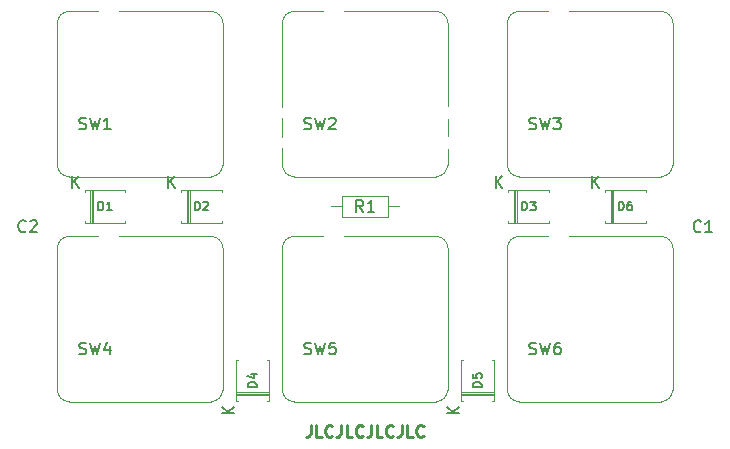
<source format=gto>
%TF.GenerationSoftware,KiCad,Pcbnew,(6.0.2)*%
%TF.CreationDate,2022-08-23T14:49:27-07:00*%
%TF.ProjectId,minipad,6d696e69-7061-4642-9e6b-696361645f70,rev?*%
%TF.SameCoordinates,Original*%
%TF.FileFunction,Legend,Top*%
%TF.FilePolarity,Positive*%
%FSLAX46Y46*%
G04 Gerber Fmt 4.6, Leading zero omitted, Abs format (unit mm)*
G04 Created by KiCad (PCBNEW (6.0.2)) date 2022-08-23 14:49:27*
%MOMM*%
%LPD*%
G01*
G04 APERTURE LIST*
%ADD10C,0.250000*%
%ADD11C,0.150000*%
%ADD12C,0.120000*%
%ADD13C,3.000000*%
%ADD14C,5.100000*%
%ADD15C,1.750000*%
%ADD16C,3.200000*%
%ADD17R,2.000000X2.000000*%
%ADD18O,2.000000X2.000000*%
%ADD19C,1.524000*%
%ADD20C,1.400000*%
%ADD21O,1.400000X1.400000*%
G04 APERTURE END LIST*
D10*
X220409266Y-159591577D02*
X220409266Y-160305863D01*
X220361647Y-160448720D01*
X220266409Y-160543958D01*
X220123552Y-160591577D01*
X220028314Y-160591577D01*
X221361647Y-160591577D02*
X220885456Y-160591577D01*
X220885456Y-159591577D01*
X222266409Y-160496339D02*
X222218790Y-160543958D01*
X222075933Y-160591577D01*
X221980694Y-160591577D01*
X221837837Y-160543958D01*
X221742599Y-160448720D01*
X221694980Y-160353482D01*
X221647361Y-160163006D01*
X221647361Y-160020149D01*
X221694980Y-159829673D01*
X221742599Y-159734435D01*
X221837837Y-159639197D01*
X221980694Y-159591577D01*
X222075933Y-159591577D01*
X222218790Y-159639197D01*
X222266409Y-159686816D01*
X222980694Y-159591577D02*
X222980694Y-160305863D01*
X222933075Y-160448720D01*
X222837837Y-160543958D01*
X222694980Y-160591577D01*
X222599742Y-160591577D01*
X223933075Y-160591577D02*
X223456885Y-160591577D01*
X223456885Y-159591577D01*
X224837837Y-160496339D02*
X224790218Y-160543958D01*
X224647361Y-160591577D01*
X224552123Y-160591577D01*
X224409266Y-160543958D01*
X224314028Y-160448720D01*
X224266409Y-160353482D01*
X224218790Y-160163006D01*
X224218790Y-160020149D01*
X224266409Y-159829673D01*
X224314028Y-159734435D01*
X224409266Y-159639197D01*
X224552123Y-159591577D01*
X224647361Y-159591577D01*
X224790218Y-159639197D01*
X224837837Y-159686816D01*
X225552123Y-159591577D02*
X225552123Y-160305863D01*
X225504504Y-160448720D01*
X225409266Y-160543958D01*
X225266409Y-160591577D01*
X225171171Y-160591577D01*
X226504504Y-160591577D02*
X226028314Y-160591577D01*
X226028314Y-159591577D01*
X227409266Y-160496339D02*
X227361647Y-160543958D01*
X227218790Y-160591577D01*
X227123552Y-160591577D01*
X226980694Y-160543958D01*
X226885456Y-160448720D01*
X226837837Y-160353482D01*
X226790218Y-160163006D01*
X226790218Y-160020149D01*
X226837837Y-159829673D01*
X226885456Y-159734435D01*
X226980694Y-159639197D01*
X227123552Y-159591577D01*
X227218790Y-159591577D01*
X227361647Y-159639197D01*
X227409266Y-159686816D01*
X228123552Y-159591577D02*
X228123552Y-160305863D01*
X228075933Y-160448720D01*
X227980694Y-160543958D01*
X227837837Y-160591577D01*
X227742599Y-160591577D01*
X229075933Y-160591577D02*
X228599742Y-160591577D01*
X228599742Y-159591577D01*
X229980694Y-160496339D02*
X229933075Y-160543958D01*
X229790218Y-160591577D01*
X229694980Y-160591577D01*
X229552123Y-160543958D01*
X229456885Y-160448720D01*
X229409266Y-160353482D01*
X229361647Y-160163006D01*
X229361647Y-160020149D01*
X229409266Y-159829673D01*
X229456885Y-159734435D01*
X229552123Y-159639197D01*
X229694980Y-159591577D01*
X229790218Y-159591577D01*
X229933075Y-159639197D01*
X229980694Y-159686816D01*
D11*
%TO.C,SW4*%
X200834964Y-153558950D02*
X200977821Y-153606569D01*
X201215917Y-153606569D01*
X201311155Y-153558950D01*
X201358774Y-153511331D01*
X201406393Y-153416093D01*
X201406393Y-153320855D01*
X201358774Y-153225617D01*
X201311155Y-153177998D01*
X201215917Y-153130379D01*
X201025440Y-153082760D01*
X200930202Y-153035141D01*
X200882583Y-152987522D01*
X200834964Y-152892284D01*
X200834964Y-152797046D01*
X200882583Y-152701808D01*
X200930202Y-152654189D01*
X201025440Y-152606569D01*
X201263536Y-152606569D01*
X201406393Y-152654189D01*
X201739726Y-152606569D02*
X201977821Y-153606569D01*
X202168298Y-152892284D01*
X202358774Y-153606569D01*
X202596869Y-152606569D01*
X203406393Y-152939903D02*
X203406393Y-153606569D01*
X203168298Y-152558950D02*
X202930202Y-153273236D01*
X203549250Y-153273236D01*
%TO.C,SW3*%
X238934996Y-134508934D02*
X239077853Y-134556553D01*
X239315949Y-134556553D01*
X239411187Y-134508934D01*
X239458806Y-134461315D01*
X239506425Y-134366077D01*
X239506425Y-134270839D01*
X239458806Y-134175601D01*
X239411187Y-134127982D01*
X239315949Y-134080363D01*
X239125472Y-134032744D01*
X239030234Y-133985125D01*
X238982615Y-133937506D01*
X238934996Y-133842268D01*
X238934996Y-133747030D01*
X238982615Y-133651792D01*
X239030234Y-133604173D01*
X239125472Y-133556553D01*
X239363568Y-133556553D01*
X239506425Y-133604173D01*
X239839758Y-133556553D02*
X240077853Y-134556553D01*
X240268330Y-133842268D01*
X240458806Y-134556553D01*
X240696901Y-133556553D01*
X240982615Y-133556553D02*
X241601663Y-133556553D01*
X241268330Y-133937506D01*
X241411187Y-133937506D01*
X241506425Y-133985125D01*
X241554044Y-134032744D01*
X241601663Y-134127982D01*
X241601663Y-134366077D01*
X241554044Y-134461315D01*
X241506425Y-134508934D01*
X241411187Y-134556553D01*
X241125472Y-134556553D01*
X241030234Y-134508934D01*
X240982615Y-134461315D01*
%TO.C,SW2*%
X219884980Y-134508934D02*
X220027837Y-134556553D01*
X220265933Y-134556553D01*
X220361171Y-134508934D01*
X220408790Y-134461315D01*
X220456409Y-134366077D01*
X220456409Y-134270839D01*
X220408790Y-134175601D01*
X220361171Y-134127982D01*
X220265933Y-134080363D01*
X220075456Y-134032744D01*
X219980218Y-133985125D01*
X219932599Y-133937506D01*
X219884980Y-133842268D01*
X219884980Y-133747030D01*
X219932599Y-133651792D01*
X219980218Y-133604173D01*
X220075456Y-133556553D01*
X220313552Y-133556553D01*
X220456409Y-133604173D01*
X220789742Y-133556553D02*
X221027837Y-134556553D01*
X221218314Y-133842268D01*
X221408790Y-134556553D01*
X221646885Y-133556553D01*
X221980218Y-133651792D02*
X222027837Y-133604173D01*
X222123075Y-133556553D01*
X222361171Y-133556553D01*
X222456409Y-133604173D01*
X222504028Y-133651792D01*
X222551647Y-133747030D01*
X222551647Y-133842268D01*
X222504028Y-133985125D01*
X221932599Y-134556553D01*
X222551647Y-134556553D01*
%TO.C,SW6*%
X238934996Y-153558950D02*
X239077853Y-153606569D01*
X239315949Y-153606569D01*
X239411187Y-153558950D01*
X239458806Y-153511331D01*
X239506425Y-153416093D01*
X239506425Y-153320855D01*
X239458806Y-153225617D01*
X239411187Y-153177998D01*
X239315949Y-153130379D01*
X239125472Y-153082760D01*
X239030234Y-153035141D01*
X238982615Y-152987522D01*
X238934996Y-152892284D01*
X238934996Y-152797046D01*
X238982615Y-152701808D01*
X239030234Y-152654189D01*
X239125472Y-152606569D01*
X239363568Y-152606569D01*
X239506425Y-152654189D01*
X239839758Y-152606569D02*
X240077853Y-153606569D01*
X240268330Y-152892284D01*
X240458806Y-153606569D01*
X240696901Y-152606569D01*
X241506425Y-152606569D02*
X241315949Y-152606569D01*
X241220710Y-152654189D01*
X241173091Y-152701808D01*
X241077853Y-152844665D01*
X241030234Y-153035141D01*
X241030234Y-153416093D01*
X241077853Y-153511331D01*
X241125472Y-153558950D01*
X241220710Y-153606569D01*
X241411187Y-153606569D01*
X241506425Y-153558950D01*
X241554044Y-153511331D01*
X241601663Y-153416093D01*
X241601663Y-153177998D01*
X241554044Y-153082760D01*
X241506425Y-153035141D01*
X241411187Y-152987522D01*
X241220710Y-152987522D01*
X241125472Y-153035141D01*
X241077853Y-153082760D01*
X241030234Y-153177998D01*
%TO.C,SW1*%
X200834964Y-134508934D02*
X200977821Y-134556553D01*
X201215917Y-134556553D01*
X201311155Y-134508934D01*
X201358774Y-134461315D01*
X201406393Y-134366077D01*
X201406393Y-134270839D01*
X201358774Y-134175601D01*
X201311155Y-134127982D01*
X201215917Y-134080363D01*
X201025440Y-134032744D01*
X200930202Y-133985125D01*
X200882583Y-133937506D01*
X200834964Y-133842268D01*
X200834964Y-133747030D01*
X200882583Y-133651792D01*
X200930202Y-133604173D01*
X201025440Y-133556553D01*
X201263536Y-133556553D01*
X201406393Y-133604173D01*
X201739726Y-133556553D02*
X201977821Y-134556553D01*
X202168298Y-133842268D01*
X202358774Y-134556553D01*
X202596869Y-133556553D01*
X203501631Y-134556553D02*
X202930202Y-134556553D01*
X203215917Y-134556553D02*
X203215917Y-133556553D01*
X203120678Y-133699411D01*
X203025440Y-133794649D01*
X202930202Y-133842268D01*
%TO.C,SW5*%
X219884980Y-153558950D02*
X220027837Y-153606569D01*
X220265933Y-153606569D01*
X220361171Y-153558950D01*
X220408790Y-153511331D01*
X220456409Y-153416093D01*
X220456409Y-153320855D01*
X220408790Y-153225617D01*
X220361171Y-153177998D01*
X220265933Y-153130379D01*
X220075456Y-153082760D01*
X219980218Y-153035141D01*
X219932599Y-152987522D01*
X219884980Y-152892284D01*
X219884980Y-152797046D01*
X219932599Y-152701808D01*
X219980218Y-152654189D01*
X220075456Y-152606569D01*
X220313552Y-152606569D01*
X220456409Y-152654189D01*
X220789742Y-152606569D02*
X221027837Y-153606569D01*
X221218314Y-152892284D01*
X221408790Y-153606569D01*
X221646885Y-152606569D01*
X222504028Y-152606569D02*
X222027837Y-152606569D01*
X221980218Y-153082760D01*
X222027837Y-153035141D01*
X222123075Y-152987522D01*
X222361171Y-152987522D01*
X222456409Y-153035141D01*
X222504028Y-153082760D01*
X222551647Y-153177998D01*
X222551647Y-153416093D01*
X222504028Y-153511331D01*
X222456409Y-153558950D01*
X222361171Y-153606569D01*
X222123075Y-153606569D01*
X222027837Y-153558950D01*
X221980218Y-153511331D01*
%TO.C,D4*%
X215842591Y-156366829D02*
X215092591Y-156366829D01*
X215092591Y-156188258D01*
X215128306Y-156081115D01*
X215199734Y-156009686D01*
X215271163Y-155973972D01*
X215414020Y-155938258D01*
X215521163Y-155938258D01*
X215664020Y-155973972D01*
X215735448Y-156009686D01*
X215806877Y-156081115D01*
X215842591Y-156188258D01*
X215842591Y-156366829D01*
X215342591Y-155295400D02*
X215842591Y-155295400D01*
X215056877Y-155473972D02*
X215592591Y-155652543D01*
X215592591Y-155188258D01*
X213955686Y-158615162D02*
X212955686Y-158615162D01*
X213955686Y-158043734D02*
X213384258Y-158472305D01*
X212955686Y-158043734D02*
X213527115Y-158615162D01*
%TO.C,D5*%
X234892607Y-156366829D02*
X234142607Y-156366829D01*
X234142607Y-156188258D01*
X234178322Y-156081115D01*
X234249750Y-156009686D01*
X234321179Y-155973972D01*
X234464036Y-155938258D01*
X234571179Y-155938258D01*
X234714036Y-155973972D01*
X234785464Y-156009686D01*
X234856893Y-156081115D01*
X234892607Y-156188258D01*
X234892607Y-156366829D01*
X234142607Y-155259686D02*
X234142607Y-155616829D01*
X234499750Y-155652543D01*
X234464036Y-155616829D01*
X234428322Y-155545400D01*
X234428322Y-155366829D01*
X234464036Y-155295400D01*
X234499750Y-155259686D01*
X234571179Y-155223972D01*
X234749750Y-155223972D01*
X234821179Y-155259686D01*
X234856893Y-155295400D01*
X234892607Y-155366829D01*
X234892607Y-155545400D01*
X234856893Y-155616829D01*
X234821179Y-155652543D01*
X233005702Y-158615162D02*
X232005702Y-158615162D01*
X233005702Y-158043734D02*
X232434274Y-158472305D01*
X232005702Y-158043734D02*
X232577131Y-158615162D01*
%TO.C,C2*%
X196286623Y-143166506D02*
X196239004Y-143214125D01*
X196096147Y-143261744D01*
X196000909Y-143261744D01*
X195858051Y-143214125D01*
X195762813Y-143118887D01*
X195715194Y-143023649D01*
X195667575Y-142833173D01*
X195667575Y-142690316D01*
X195715194Y-142499840D01*
X195762813Y-142404602D01*
X195858051Y-142309364D01*
X196000909Y-142261744D01*
X196096147Y-142261744D01*
X196239004Y-142309364D01*
X196286623Y-142356983D01*
X196667575Y-142356983D02*
X196715194Y-142309364D01*
X196810432Y-142261744D01*
X197048528Y-142261744D01*
X197143766Y-142309364D01*
X197191385Y-142356983D01*
X197239004Y-142452221D01*
X197239004Y-142547459D01*
X197191385Y-142690316D01*
X196619956Y-143261744D01*
X197239004Y-143261744D01*
%TO.C,D3*%
X238325689Y-141428466D02*
X238325689Y-140678466D01*
X238504261Y-140678466D01*
X238611403Y-140714181D01*
X238682832Y-140785609D01*
X238718546Y-140857038D01*
X238754261Y-140999895D01*
X238754261Y-141107038D01*
X238718546Y-141249895D01*
X238682832Y-141321323D01*
X238611403Y-141392752D01*
X238504261Y-141428466D01*
X238325689Y-141428466D01*
X239004261Y-140678466D02*
X239468546Y-140678466D01*
X239218546Y-140964181D01*
X239325689Y-140964181D01*
X239397118Y-140999895D01*
X239432832Y-141035609D01*
X239468546Y-141107038D01*
X239468546Y-141285609D01*
X239432832Y-141357038D01*
X239397118Y-141392752D01*
X239325689Y-141428466D01*
X239111403Y-141428466D01*
X239039975Y-141392752D01*
X239004261Y-141357038D01*
X236077356Y-139541561D02*
X236077356Y-138541561D01*
X236648784Y-139541561D02*
X236220213Y-138970133D01*
X236648784Y-138541561D02*
X236077356Y-139112990D01*
%TO.C,D1*%
X202448161Y-141428466D02*
X202448161Y-140678466D01*
X202626733Y-140678466D01*
X202733875Y-140714181D01*
X202805304Y-140785609D01*
X202841018Y-140857038D01*
X202876733Y-140999895D01*
X202876733Y-141107038D01*
X202841018Y-141249895D01*
X202805304Y-141321323D01*
X202733875Y-141392752D01*
X202626733Y-141428466D01*
X202448161Y-141428466D01*
X203591018Y-141428466D02*
X203162447Y-141428466D01*
X203376733Y-141428466D02*
X203376733Y-140678466D01*
X203305304Y-140785609D01*
X203233875Y-140857038D01*
X203162447Y-140892752D01*
X200199828Y-139541561D02*
X200199828Y-138541561D01*
X200771256Y-139541561D02*
X200342685Y-138970133D01*
X200771256Y-138541561D02*
X200199828Y-139112990D01*
%TO.C,D6*%
X246501323Y-141428466D02*
X246501323Y-140678466D01*
X246679895Y-140678466D01*
X246787037Y-140714181D01*
X246858466Y-140785609D01*
X246894180Y-140857038D01*
X246929895Y-140999895D01*
X246929895Y-141107038D01*
X246894180Y-141249895D01*
X246858466Y-141321323D01*
X246787037Y-141392752D01*
X246679895Y-141428466D01*
X246501323Y-141428466D01*
X247572752Y-140678466D02*
X247429895Y-140678466D01*
X247358466Y-140714181D01*
X247322752Y-140749895D01*
X247251323Y-140857038D01*
X247215609Y-140999895D01*
X247215609Y-141285609D01*
X247251323Y-141357038D01*
X247287037Y-141392752D01*
X247358466Y-141428466D01*
X247501323Y-141428466D01*
X247572752Y-141392752D01*
X247608466Y-141357038D01*
X247644180Y-141285609D01*
X247644180Y-141107038D01*
X247608466Y-141035609D01*
X247572752Y-140999895D01*
X247501323Y-140964181D01*
X247358466Y-140964181D01*
X247287037Y-140999895D01*
X247251323Y-141035609D01*
X247215609Y-141107038D01*
X244252990Y-139541561D02*
X244252990Y-138541561D01*
X244824418Y-139541561D02*
X244395847Y-138970133D01*
X244824418Y-138541561D02*
X244252990Y-139112990D01*
%TO.C,R1*%
X224861647Y-141541561D02*
X224528314Y-141065371D01*
X224290218Y-141541561D02*
X224290218Y-140541561D01*
X224671171Y-140541561D01*
X224766409Y-140589181D01*
X224814028Y-140636800D01*
X224861647Y-140732038D01*
X224861647Y-140874895D01*
X224814028Y-140970133D01*
X224766409Y-141017752D01*
X224671171Y-141065371D01*
X224290218Y-141065371D01*
X225814028Y-141541561D02*
X225242599Y-141541561D01*
X225528314Y-141541561D02*
X225528314Y-140541561D01*
X225433075Y-140684419D01*
X225337837Y-140779657D01*
X225242599Y-140827276D01*
%TO.C,D2*%
X210623795Y-141428466D02*
X210623795Y-140678466D01*
X210802367Y-140678466D01*
X210909509Y-140714181D01*
X210980938Y-140785609D01*
X211016652Y-140857038D01*
X211052367Y-140999895D01*
X211052367Y-141107038D01*
X211016652Y-141249895D01*
X210980938Y-141321323D01*
X210909509Y-141392752D01*
X210802367Y-141428466D01*
X210623795Y-141428466D01*
X211338081Y-140749895D02*
X211373795Y-140714181D01*
X211445224Y-140678466D01*
X211623795Y-140678466D01*
X211695224Y-140714181D01*
X211730938Y-140749895D01*
X211766652Y-140821323D01*
X211766652Y-140892752D01*
X211730938Y-140999895D01*
X211302367Y-141428466D01*
X211766652Y-141428466D01*
X208375462Y-139541561D02*
X208375462Y-138541561D01*
X208946890Y-139541561D02*
X208518319Y-138970133D01*
X208946890Y-138541561D02*
X208375462Y-139112990D01*
%TO.C,C1*%
X253455622Y-143180056D02*
X253408003Y-143227675D01*
X253265146Y-143275294D01*
X253169908Y-143275294D01*
X253027050Y-143227675D01*
X252931812Y-143132437D01*
X252884193Y-143037199D01*
X252836574Y-142846723D01*
X252836574Y-142703866D01*
X252884193Y-142513390D01*
X252931812Y-142418152D01*
X253027050Y-142322914D01*
X253169908Y-142275294D01*
X253265146Y-142275294D01*
X253408003Y-142322914D01*
X253455622Y-142370533D01*
X254408003Y-143275294D02*
X253836574Y-143275294D01*
X254122289Y-143275294D02*
X254122289Y-142275294D01*
X254027050Y-142418152D01*
X253931812Y-142513390D01*
X253836574Y-142561009D01*
D12*
%TO.C,SW4*%
X198978298Y-144614189D02*
X198978298Y-156614189D01*
X212978298Y-144614189D02*
X212978298Y-156614189D01*
X211978298Y-157614189D02*
X199978298Y-157614189D01*
X199978298Y-143614189D02*
X211978298Y-143614189D01*
X199978298Y-143614189D02*
G75*
G03*
X198978298Y-144614189I-1J-999999D01*
G01*
X212978298Y-144614189D02*
G75*
G03*
X211978298Y-143614189I-999999J1D01*
G01*
X211978298Y-157614189D02*
G75*
G03*
X212978298Y-156614189I1J999999D01*
G01*
X198978298Y-156614189D02*
G75*
G03*
X199978298Y-157614189I999999J-1D01*
G01*
%TO.C,SW3*%
X237078330Y-125564173D02*
X237078330Y-137564173D01*
X251078330Y-125564173D02*
X251078330Y-137564173D01*
X250078330Y-138564173D02*
X238078330Y-138564173D01*
X238078330Y-124564173D02*
X250078330Y-124564173D01*
X238078330Y-124564173D02*
G75*
G03*
X237078330Y-125564173I-1J-999999D01*
G01*
X251078330Y-125564173D02*
G75*
G03*
X250078330Y-124564173I-999999J1D01*
G01*
X250078330Y-138564173D02*
G75*
G03*
X251078330Y-137564173I1J999999D01*
G01*
X237078330Y-137564173D02*
G75*
G03*
X238078330Y-138564173I999999J-1D01*
G01*
%TO.C,SW2*%
X218028314Y-125564173D02*
X218028314Y-137564173D01*
X232028314Y-125564173D02*
X232028314Y-137564173D01*
X231028314Y-138564173D02*
X219028314Y-138564173D01*
X219028314Y-124564173D02*
X231028314Y-124564173D01*
X219028314Y-124564173D02*
G75*
G03*
X218028314Y-125564173I-1J-999999D01*
G01*
X232028314Y-125564173D02*
G75*
G03*
X231028314Y-124564173I-999999J1D01*
G01*
X231028314Y-138564173D02*
G75*
G03*
X232028314Y-137564173I1J999999D01*
G01*
X218028314Y-137564173D02*
G75*
G03*
X219028314Y-138564173I999999J-1D01*
G01*
%TO.C,SW6*%
X237078330Y-144614189D02*
X237078330Y-156614189D01*
X251078330Y-144614189D02*
X251078330Y-156614189D01*
X250078330Y-157614189D02*
X238078330Y-157614189D01*
X238078330Y-143614189D02*
X250078330Y-143614189D01*
X238078330Y-143614189D02*
G75*
G03*
X237078330Y-144614189I-1J-999999D01*
G01*
X251078330Y-144614189D02*
G75*
G03*
X250078330Y-143614189I-999999J1D01*
G01*
X250078330Y-157614189D02*
G75*
G03*
X251078330Y-156614189I1J999999D01*
G01*
X237078330Y-156614189D02*
G75*
G03*
X238078330Y-157614189I999999J-1D01*
G01*
%TO.C,SW1*%
X198978298Y-125564173D02*
X198978298Y-137564173D01*
X212978298Y-125564173D02*
X212978298Y-137564173D01*
X211978298Y-138564173D02*
X199978298Y-138564173D01*
X199978298Y-124564173D02*
X211978298Y-124564173D01*
X199978298Y-124564173D02*
G75*
G03*
X198978298Y-125564173I-1J-999999D01*
G01*
X212978298Y-125564173D02*
G75*
G03*
X211978298Y-124564173I-999999J1D01*
G01*
X211978298Y-138564173D02*
G75*
G03*
X212978298Y-137564173I1J999999D01*
G01*
X198978298Y-137564173D02*
G75*
G03*
X199978298Y-138564173I999999J-1D01*
G01*
%TO.C,SW5*%
X218028314Y-144614189D02*
X218028314Y-156614189D01*
X232028314Y-144614189D02*
X232028314Y-156614189D01*
X231028314Y-157614189D02*
X219028314Y-157614189D01*
X219028314Y-143614189D02*
X231028314Y-143614189D01*
X219028314Y-143614189D02*
G75*
G03*
X218028314Y-144614189I-1J-999999D01*
G01*
X232028314Y-144614189D02*
G75*
G03*
X231028314Y-143614189I-999999J1D01*
G01*
X231028314Y-157614189D02*
G75*
G03*
X232028314Y-156614189I1J999999D01*
G01*
X218028314Y-156614189D02*
G75*
G03*
X219028314Y-157614189I999999J-1D01*
G01*
%TO.C,D4*%
X214083306Y-156813258D02*
X216923306Y-156813258D01*
X214083306Y-157053258D02*
X216923306Y-157053258D01*
X216923306Y-154093258D02*
X216743306Y-154093258D01*
X216923306Y-157533258D02*
X216923306Y-154093258D01*
X214083306Y-157533258D02*
X214083306Y-154093258D01*
X214263306Y-157533258D02*
X214083306Y-157533258D01*
X216743306Y-157533258D02*
X216923306Y-157533258D01*
X214083306Y-156933258D02*
X216923306Y-156933258D01*
X214083306Y-154093258D02*
X214263306Y-154093258D01*
%TO.C,D5*%
X235973322Y-157533258D02*
X235973322Y-154093258D01*
X235793322Y-157533258D02*
X235973322Y-157533258D01*
X233313322Y-157533258D02*
X233133322Y-157533258D01*
X233133322Y-157053258D02*
X235973322Y-157053258D01*
X233133322Y-157533258D02*
X233133322Y-154093258D01*
X233133322Y-156813258D02*
X235973322Y-156813258D01*
X233133322Y-156933258D02*
X235973322Y-156933258D01*
X233133322Y-154093258D02*
X233313322Y-154093258D01*
X235973322Y-154093258D02*
X235793322Y-154093258D01*
%TO.C,D3*%
X237879261Y-139669181D02*
X237879261Y-142509181D01*
X240599261Y-142509181D02*
X240599261Y-142329181D01*
X237159261Y-142329181D02*
X237159261Y-142509181D01*
X237759261Y-139669181D02*
X237759261Y-142509181D01*
X237639261Y-139669181D02*
X237639261Y-142509181D01*
X240599261Y-139669181D02*
X240599261Y-139849181D01*
X237159261Y-139669181D02*
X240599261Y-139669181D01*
X237159261Y-139849181D02*
X237159261Y-139669181D01*
X237159261Y-142509181D02*
X240599261Y-142509181D01*
%TO.C,D1*%
X201281733Y-142329181D02*
X201281733Y-142509181D01*
X201281733Y-142509181D02*
X204721733Y-142509181D01*
X201281733Y-139849181D02*
X201281733Y-139669181D01*
X201881733Y-139669181D02*
X201881733Y-142509181D01*
X202001733Y-139669181D02*
X202001733Y-142509181D01*
X201281733Y-139669181D02*
X204721733Y-139669181D01*
X204721733Y-142509181D02*
X204721733Y-142329181D01*
X204721733Y-139669181D02*
X204721733Y-139849181D01*
X201761733Y-139669181D02*
X201761733Y-142509181D01*
%TO.C,D6*%
X245334895Y-142509181D02*
X248774895Y-142509181D01*
X245334895Y-139669181D02*
X248774895Y-139669181D01*
X245934895Y-139669181D02*
X245934895Y-142509181D01*
X245814895Y-139669181D02*
X245814895Y-142509181D01*
X246054895Y-139669181D02*
X246054895Y-142509181D01*
X248774895Y-139669181D02*
X248774895Y-139849181D01*
X245334895Y-139849181D02*
X245334895Y-139669181D01*
X245334895Y-142329181D02*
X245334895Y-142509181D01*
X248774895Y-142509181D02*
X248774895Y-142329181D01*
%TO.C,R1*%
X223108314Y-140169181D02*
X223108314Y-142009181D01*
X226948314Y-142009181D02*
X226948314Y-140169181D01*
X227898314Y-141089181D02*
X226948314Y-141089181D01*
X222158314Y-141089181D02*
X223108314Y-141089181D01*
X226948314Y-140169181D02*
X223108314Y-140169181D01*
X223108314Y-142009181D02*
X226948314Y-142009181D01*
%TO.C,D2*%
X210177367Y-139669181D02*
X210177367Y-142509181D01*
X212897367Y-139669181D02*
X212897367Y-139849181D01*
X209457367Y-139669181D02*
X212897367Y-139669181D01*
X210057367Y-139669181D02*
X210057367Y-142509181D01*
X209457367Y-139849181D02*
X209457367Y-139669181D01*
X209937367Y-139669181D02*
X209937367Y-142509181D01*
X209457367Y-142509181D02*
X212897367Y-142509181D01*
X212897367Y-142509181D02*
X212897367Y-142329181D01*
X209457367Y-142329181D02*
X209457367Y-142509181D01*
%TD*%
%LPC*%
D13*
%TO.C,SW4*%
X202168298Y-148074189D03*
D14*
X205978298Y-150614189D03*
D15*
X200898298Y-150614189D03*
D13*
X210378298Y-145914189D03*
X203378298Y-144864189D03*
D15*
X211058298Y-150614189D03*
D13*
X208518298Y-145534189D03*
%TD*%
%TO.C,SW3*%
X240268330Y-129024173D03*
D14*
X244078330Y-131564173D03*
D15*
X238998330Y-131564173D03*
D13*
X248478330Y-126864173D03*
X241478330Y-125814173D03*
D15*
X249158330Y-131564173D03*
D13*
X246618330Y-126484173D03*
%TD*%
%TO.C,SW2*%
X221218314Y-129024173D03*
D14*
X225028314Y-131564173D03*
D15*
X219948314Y-131564173D03*
D13*
X229428314Y-126864173D03*
X222428314Y-125814173D03*
D15*
X230108314Y-131564173D03*
D13*
X227568314Y-126484173D03*
%TD*%
%TO.C,SW6*%
X240268330Y-148074189D03*
D14*
X244078330Y-150614189D03*
D15*
X238998330Y-150614189D03*
D13*
X248478330Y-145914189D03*
X241478330Y-144864189D03*
D15*
X249158330Y-150614189D03*
D13*
X246618330Y-145534189D03*
%TD*%
%TO.C,SW1*%
X202168298Y-129024173D03*
D14*
X205978298Y-131564173D03*
D15*
X200898298Y-131564173D03*
D13*
X210378298Y-126864173D03*
X203378298Y-125814173D03*
D15*
X211058298Y-131564173D03*
D13*
X208518298Y-126484173D03*
%TD*%
%TO.C,SW5*%
X221218314Y-148074189D03*
D14*
X225028314Y-150614189D03*
D15*
X219948314Y-150614189D03*
D13*
X229428314Y-145914189D03*
X222428314Y-144864189D03*
D15*
X230108314Y-150614189D03*
D13*
X227568314Y-145534189D03*
%TD*%
D16*
%TO.C,REF\u002A\u002A*%
X253603338Y-160139197D03*
%TD*%
D17*
%TO.C,D4*%
X215503306Y-158353258D03*
D18*
X215503306Y-153273258D03*
%TD*%
D17*
%TO.C,D5*%
X234553322Y-158353258D03*
D18*
X234553322Y-153273258D03*
%TD*%
D19*
%TO.C,C2*%
X197723290Y-140015364D03*
X195183290Y-140015364D03*
%TD*%
D16*
%TO.C,REF\u002A\u002A*%
X196453290Y-160139197D03*
%TD*%
D17*
%TO.C,D3*%
X236339261Y-141089181D03*
D18*
X241419261Y-141089181D03*
%TD*%
D17*
%TO.C,D1*%
X200461733Y-141089181D03*
D18*
X205541733Y-141089181D03*
%TD*%
D17*
%TO.C,D6*%
X244514895Y-141089181D03*
D18*
X249594895Y-141089181D03*
%TD*%
D20*
%TO.C,R1*%
X228838314Y-141089181D03*
D21*
X221218314Y-141089181D03*
%TD*%
D17*
%TO.C,D2*%
X208637367Y-141089181D03*
D18*
X213717367Y-141089181D03*
%TD*%
D16*
%TO.C,REF\u002A\u002A*%
X253603338Y-122039165D03*
%TD*%
%TO.C,REF\u002A\u002A*%
X196453290Y-122039165D03*
%TD*%
D19*
%TO.C,U1*%
X232648314Y-120454165D03*
X232648314Y-122994165D03*
X232648314Y-133154165D03*
X232648314Y-135694165D03*
X232648314Y-138234165D03*
X232648314Y-140774165D03*
X217408314Y-140774165D03*
X217408314Y-138234165D03*
X217408314Y-135694165D03*
X217408314Y-133154165D03*
X217408314Y-122994165D03*
X217408314Y-120454165D03*
%TD*%
%TO.C,C1*%
X252333338Y-140015364D03*
X254873338Y-140015364D03*
%TD*%
M02*

</source>
